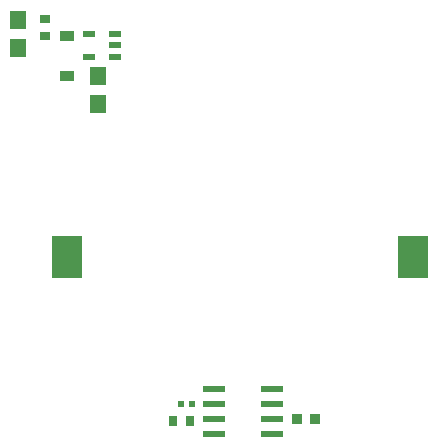
<source format=gbr>
%TF.GenerationSoftware,KiCad,Pcbnew,8.0.7-8.0.7-0~ubuntu24.04.1*%
%TF.CreationDate,2025-01-10T15:07:02-06:00*%
%TF.ProjectId,HeartLEDChaser_PCB,48656172-744c-4454-9443-68617365725f,rev?*%
%TF.SameCoordinates,Original*%
%TF.FileFunction,Paste,Bot*%
%TF.FilePolarity,Positive*%
%FSLAX46Y46*%
G04 Gerber Fmt 4.6, Leading zero omitted, Abs format (unit mm)*
G04 Created by KiCad (PCBNEW 8.0.7-8.0.7-0~ubuntu24.04.1) date 2025-01-10 15:07:02*
%MOMM*%
%LPD*%
G01*
G04 APERTURE LIST*
%ADD10R,0.860000X0.800000*%
%ADD11R,1.360000X1.500000*%
%ADD12R,0.800000X0.900000*%
%ADD13R,0.570000X0.540000*%
%ADD14R,2.600000X3.600000*%
%ADD15R,1.000000X0.600000*%
%ADD16R,1.981200X0.558800*%
%ADD17R,0.810000X0.860000*%
%ADD18R,1.150000X0.950000*%
G04 APERTURE END LIST*
D10*
%TO.C,L1*%
X113400000Y-79500000D03*
X113400000Y-80900000D03*
%TD*%
D11*
%TO.C,C3*%
X111160000Y-79510000D03*
X111160000Y-81910000D03*
%TD*%
%TO.C,C4*%
X117850000Y-84260000D03*
X117850000Y-86660000D03*
%TD*%
D12*
%TO.C,C1*%
X125656200Y-113525000D03*
X124256200Y-113525000D03*
%TD*%
D13*
%TO.C,R2*%
X125820000Y-112060000D03*
X124960000Y-112060000D03*
%TD*%
D14*
%TO.C,BT1*%
X144580000Y-99620000D03*
X115280000Y-99620000D03*
%TD*%
D15*
%TO.C,U3*%
X119300000Y-80740000D03*
X119300000Y-81690000D03*
X119300000Y-82640000D03*
X117100000Y-82640000D03*
X117100000Y-80740000D03*
%TD*%
D16*
%TO.C,U1*%
X132630000Y-110790000D03*
X132630000Y-112060000D03*
X132630000Y-113330000D03*
X132630000Y-114600000D03*
X127702400Y-114600000D03*
X127702400Y-113330000D03*
X127702400Y-112060000D03*
X127702400Y-110790000D03*
%TD*%
D17*
%TO.C,R1*%
X134766200Y-113335000D03*
X136266200Y-113335000D03*
%TD*%
D18*
%TO.C,S1*%
X115260000Y-84270000D03*
X115260000Y-80890000D03*
%TD*%
M02*

</source>
